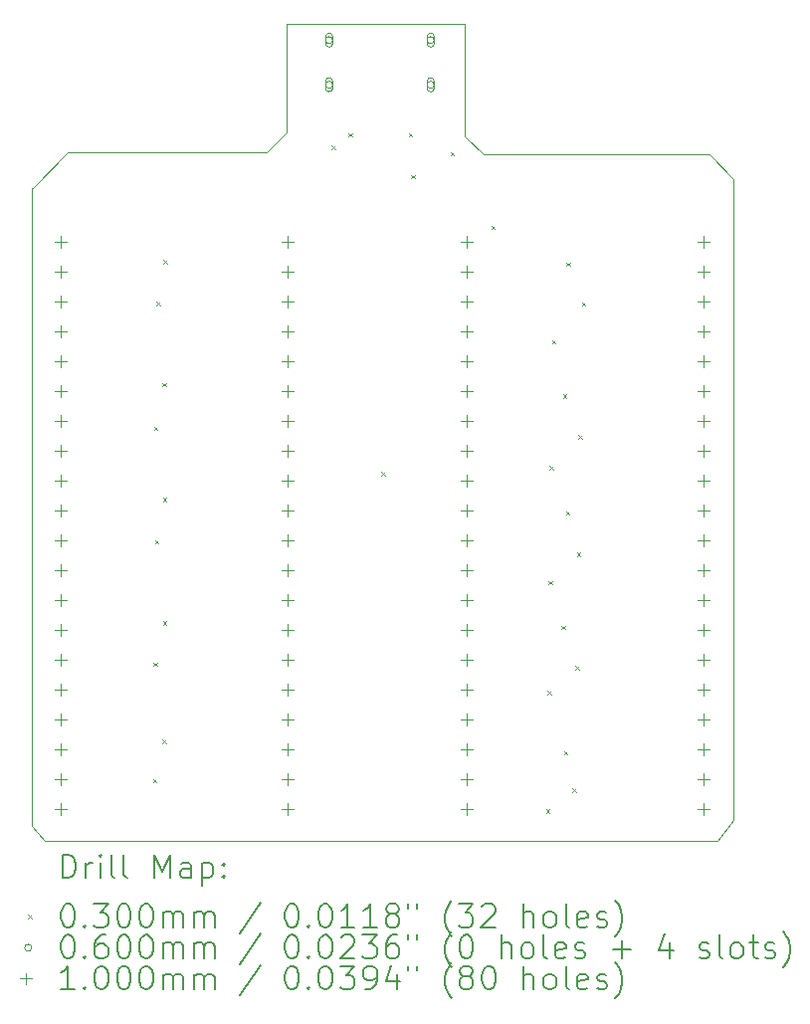
<source format=gbr>
%TF.GenerationSoftware,KiCad,Pcbnew,8.0.1*%
%TF.CreationDate,2025-01-27T18:08:42-06:00*%
%TF.ProjectId,level-shifter,6c657665-6c2d-4736-9869-667465722e6b,rev?*%
%TF.SameCoordinates,Original*%
%TF.FileFunction,Drillmap*%
%TF.FilePolarity,Positive*%
%FSLAX45Y45*%
G04 Gerber Fmt 4.5, Leading zero omitted, Abs format (unit mm)*
G04 Created by KiCad (PCBNEW 8.0.1) date 2025-01-27 18:08:42*
%MOMM*%
%LPD*%
G01*
G04 APERTURE LIST*
%ADD10C,0.050000*%
%ADD11C,0.200000*%
%ADD12C,0.100000*%
G04 APERTURE END LIST*
D10*
X17795000Y-6070000D02*
X17590000Y-5865000D01*
X11825000Y-6150000D02*
X11830000Y-6145000D01*
X13990000Y-4755000D02*
X13990000Y-5675000D01*
X11936000Y-11705000D02*
X17659000Y-11705000D01*
X15510000Y-4755000D02*
X13990000Y-4755000D01*
X11825000Y-11573000D02*
X11936000Y-11705000D01*
X17590000Y-5865000D02*
X15665000Y-5865000D01*
X12130000Y-5845000D02*
X11830000Y-6145000D01*
X11825000Y-6345000D02*
X11825000Y-11573000D01*
X13990000Y-5675000D02*
X13820000Y-5845000D01*
X15665000Y-5865000D02*
X15510000Y-5710000D01*
X15510000Y-5710000D02*
X15510000Y-4755000D01*
X17795000Y-11523000D02*
X17795000Y-6070000D01*
X17795000Y-11523000D02*
X17659000Y-11705000D01*
X11825000Y-6345000D02*
X11825000Y-6150000D01*
X13820000Y-5845000D02*
X12130000Y-5845000D01*
D11*
D12*
X12855000Y-11175000D02*
X12885000Y-11205000D01*
X12885000Y-11175000D02*
X12855000Y-11205000D01*
X12860000Y-10185000D02*
X12890000Y-10215000D01*
X12890000Y-10185000D02*
X12860000Y-10215000D01*
X12865000Y-8180000D02*
X12895000Y-8210000D01*
X12895000Y-8180000D02*
X12865000Y-8210000D01*
X12870000Y-9145000D02*
X12900000Y-9175000D01*
X12900000Y-9145000D02*
X12870000Y-9175000D01*
X12885000Y-7115000D02*
X12915000Y-7145000D01*
X12915000Y-7115000D02*
X12885000Y-7145000D01*
X12935000Y-7805000D02*
X12965000Y-7835000D01*
X12965000Y-7805000D02*
X12935000Y-7835000D01*
X12935000Y-10840000D02*
X12965000Y-10870000D01*
X12965000Y-10840000D02*
X12935000Y-10870000D01*
X12940000Y-8785000D02*
X12970000Y-8815000D01*
X12970000Y-8785000D02*
X12940000Y-8815000D01*
X12940000Y-9835000D02*
X12970000Y-9865000D01*
X12970000Y-9835000D02*
X12940000Y-9865000D01*
X12945000Y-6760000D02*
X12975000Y-6790000D01*
X12975000Y-6760000D02*
X12945000Y-6790000D01*
X14375000Y-5785000D02*
X14405000Y-5815000D01*
X14405000Y-5785000D02*
X14375000Y-5815000D01*
X14520000Y-5680000D02*
X14550000Y-5710000D01*
X14550000Y-5680000D02*
X14520000Y-5710000D01*
X14800000Y-8565000D02*
X14830000Y-8595000D01*
X14830000Y-8565000D02*
X14800000Y-8595000D01*
X15030000Y-5680000D02*
X15060000Y-5710000D01*
X15060000Y-5680000D02*
X15030000Y-5710000D01*
X15050000Y-6035000D02*
X15080000Y-6065000D01*
X15080000Y-6035000D02*
X15050000Y-6065000D01*
X15385000Y-5840000D02*
X15415000Y-5870000D01*
X15415000Y-5840000D02*
X15385000Y-5870000D01*
X15735000Y-6470000D02*
X15765000Y-6500000D01*
X15765000Y-6470000D02*
X15735000Y-6500000D01*
X16200000Y-11435000D02*
X16230000Y-11465000D01*
X16230000Y-11435000D02*
X16200000Y-11465000D01*
X16210000Y-10425000D02*
X16240000Y-10455000D01*
X16240000Y-10425000D02*
X16210000Y-10455000D01*
X16220000Y-9490000D02*
X16250000Y-9520000D01*
X16250000Y-9490000D02*
X16220000Y-9520000D01*
X16230000Y-8515000D02*
X16260000Y-8545000D01*
X16260000Y-8515000D02*
X16230000Y-8545000D01*
X16250000Y-7440000D02*
X16280000Y-7470000D01*
X16280000Y-7440000D02*
X16250000Y-7470000D01*
X16330000Y-9870000D02*
X16360000Y-9900000D01*
X16360000Y-9870000D02*
X16330000Y-9900000D01*
X16345000Y-7905000D02*
X16375000Y-7935000D01*
X16375000Y-7905000D02*
X16345000Y-7935000D01*
X16350000Y-10940000D02*
X16380000Y-10970000D01*
X16380000Y-10940000D02*
X16350000Y-10970000D01*
X16370000Y-8900000D02*
X16400000Y-8930000D01*
X16400000Y-8900000D02*
X16370000Y-8930000D01*
X16375000Y-6780000D02*
X16405000Y-6810000D01*
X16405000Y-6780000D02*
X16375000Y-6810000D01*
X16425000Y-11255000D02*
X16455000Y-11285000D01*
X16455000Y-11255000D02*
X16425000Y-11285000D01*
X16450000Y-10215000D02*
X16480000Y-10245000D01*
X16480000Y-10215000D02*
X16450000Y-10245000D01*
X16460000Y-9250000D02*
X16490000Y-9280000D01*
X16490000Y-9250000D02*
X16460000Y-9280000D01*
X16475000Y-8250000D02*
X16505000Y-8280000D01*
X16505000Y-8250000D02*
X16475000Y-8280000D01*
X16505000Y-7120000D02*
X16535000Y-7150000D01*
X16535000Y-7120000D02*
X16505000Y-7150000D01*
X14383000Y-4890000D02*
G75*
G02*
X14323000Y-4890000I-30000J0D01*
G01*
X14323000Y-4890000D02*
G75*
G02*
X14383000Y-4890000I30000J0D01*
G01*
X14383000Y-4920000D02*
X14383000Y-4860000D01*
X14323000Y-4860000D02*
G75*
G02*
X14383000Y-4860000I30000J0D01*
G01*
X14323000Y-4860000D02*
X14323000Y-4920000D01*
X14323000Y-4920000D02*
G75*
G03*
X14383000Y-4920000I30000J0D01*
G01*
X14383000Y-5270000D02*
G75*
G02*
X14323000Y-5270000I-30000J0D01*
G01*
X14323000Y-5270000D02*
G75*
G02*
X14383000Y-5270000I30000J0D01*
G01*
X14383000Y-5300000D02*
X14383000Y-5240000D01*
X14323000Y-5240000D02*
G75*
G02*
X14383000Y-5240000I30000J0D01*
G01*
X14323000Y-5240000D02*
X14323000Y-5300000D01*
X14323000Y-5300000D02*
G75*
G03*
X14383000Y-5300000I30000J0D01*
G01*
X15247000Y-4890000D02*
G75*
G02*
X15187000Y-4890000I-30000J0D01*
G01*
X15187000Y-4890000D02*
G75*
G02*
X15247000Y-4890000I30000J0D01*
G01*
X15247000Y-4920000D02*
X15247000Y-4860000D01*
X15187000Y-4860000D02*
G75*
G02*
X15247000Y-4860000I30000J0D01*
G01*
X15187000Y-4860000D02*
X15187000Y-4920000D01*
X15187000Y-4920000D02*
G75*
G03*
X15247000Y-4920000I30000J0D01*
G01*
X15247000Y-5270000D02*
G75*
G02*
X15187000Y-5270000I-30000J0D01*
G01*
X15187000Y-5270000D02*
G75*
G02*
X15247000Y-5270000I30000J0D01*
G01*
X15247000Y-5300000D02*
X15247000Y-5240000D01*
X15187000Y-5240000D02*
G75*
G02*
X15247000Y-5240000I30000J0D01*
G01*
X15187000Y-5240000D02*
X15187000Y-5300000D01*
X15187000Y-5300000D02*
G75*
G03*
X15247000Y-5300000I30000J0D01*
G01*
X12070000Y-6557500D02*
X12070000Y-6657500D01*
X12020000Y-6607500D02*
X12120000Y-6607500D01*
X12070000Y-6811500D02*
X12070000Y-6911500D01*
X12020000Y-6861500D02*
X12120000Y-6861500D01*
X12070000Y-7065500D02*
X12070000Y-7165500D01*
X12020000Y-7115500D02*
X12120000Y-7115500D01*
X12070000Y-7319500D02*
X12070000Y-7419500D01*
X12020000Y-7369500D02*
X12120000Y-7369500D01*
X12070000Y-7573500D02*
X12070000Y-7673500D01*
X12020000Y-7623500D02*
X12120000Y-7623500D01*
X12070000Y-7827500D02*
X12070000Y-7927500D01*
X12020000Y-7877500D02*
X12120000Y-7877500D01*
X12070000Y-8081500D02*
X12070000Y-8181500D01*
X12020000Y-8131500D02*
X12120000Y-8131500D01*
X12070000Y-8335500D02*
X12070000Y-8435500D01*
X12020000Y-8385500D02*
X12120000Y-8385500D01*
X12070000Y-8589500D02*
X12070000Y-8689500D01*
X12020000Y-8639500D02*
X12120000Y-8639500D01*
X12070000Y-8843500D02*
X12070000Y-8943500D01*
X12020000Y-8893500D02*
X12120000Y-8893500D01*
X12070000Y-9097500D02*
X12070000Y-9197500D01*
X12020000Y-9147500D02*
X12120000Y-9147500D01*
X12070000Y-9351500D02*
X12070000Y-9451500D01*
X12020000Y-9401500D02*
X12120000Y-9401500D01*
X12070000Y-9605500D02*
X12070000Y-9705500D01*
X12020000Y-9655500D02*
X12120000Y-9655500D01*
X12070000Y-9859500D02*
X12070000Y-9959500D01*
X12020000Y-9909500D02*
X12120000Y-9909500D01*
X12070000Y-10113500D02*
X12070000Y-10213500D01*
X12020000Y-10163500D02*
X12120000Y-10163500D01*
X12070000Y-10367500D02*
X12070000Y-10467500D01*
X12020000Y-10417500D02*
X12120000Y-10417500D01*
X12070000Y-10621500D02*
X12070000Y-10721500D01*
X12020000Y-10671500D02*
X12120000Y-10671500D01*
X12070000Y-10875500D02*
X12070000Y-10975500D01*
X12020000Y-10925500D02*
X12120000Y-10925500D01*
X12070000Y-11129500D02*
X12070000Y-11229500D01*
X12020000Y-11179500D02*
X12120000Y-11179500D01*
X12070000Y-11383500D02*
X12070000Y-11483500D01*
X12020000Y-11433500D02*
X12120000Y-11433500D01*
X14000000Y-6557500D02*
X14000000Y-6657500D01*
X13950000Y-6607500D02*
X14050000Y-6607500D01*
X14000000Y-6811500D02*
X14000000Y-6911500D01*
X13950000Y-6861500D02*
X14050000Y-6861500D01*
X14000000Y-7065500D02*
X14000000Y-7165500D01*
X13950000Y-7115500D02*
X14050000Y-7115500D01*
X14000000Y-7319500D02*
X14000000Y-7419500D01*
X13950000Y-7369500D02*
X14050000Y-7369500D01*
X14000000Y-7573500D02*
X14000000Y-7673500D01*
X13950000Y-7623500D02*
X14050000Y-7623500D01*
X14000000Y-7827500D02*
X14000000Y-7927500D01*
X13950000Y-7877500D02*
X14050000Y-7877500D01*
X14000000Y-8081500D02*
X14000000Y-8181500D01*
X13950000Y-8131500D02*
X14050000Y-8131500D01*
X14000000Y-8335500D02*
X14000000Y-8435500D01*
X13950000Y-8385500D02*
X14050000Y-8385500D01*
X14000000Y-8589500D02*
X14000000Y-8689500D01*
X13950000Y-8639500D02*
X14050000Y-8639500D01*
X14000000Y-8843500D02*
X14000000Y-8943500D01*
X13950000Y-8893500D02*
X14050000Y-8893500D01*
X14000000Y-9097500D02*
X14000000Y-9197500D01*
X13950000Y-9147500D02*
X14050000Y-9147500D01*
X14000000Y-9351500D02*
X14000000Y-9451500D01*
X13950000Y-9401500D02*
X14050000Y-9401500D01*
X14000000Y-9605500D02*
X14000000Y-9705500D01*
X13950000Y-9655500D02*
X14050000Y-9655500D01*
X14000000Y-9859500D02*
X14000000Y-9959500D01*
X13950000Y-9909500D02*
X14050000Y-9909500D01*
X14000000Y-10113500D02*
X14000000Y-10213500D01*
X13950000Y-10163500D02*
X14050000Y-10163500D01*
X14000000Y-10367500D02*
X14000000Y-10467500D01*
X13950000Y-10417500D02*
X14050000Y-10417500D01*
X14000000Y-10621500D02*
X14000000Y-10721500D01*
X13950000Y-10671500D02*
X14050000Y-10671500D01*
X14000000Y-10875500D02*
X14000000Y-10975500D01*
X13950000Y-10925500D02*
X14050000Y-10925500D01*
X14000000Y-11129500D02*
X14000000Y-11229500D01*
X13950000Y-11179500D02*
X14050000Y-11179500D01*
X14000000Y-11383500D02*
X14000000Y-11483500D01*
X13950000Y-11433500D02*
X14050000Y-11433500D01*
X15524000Y-6557500D02*
X15524000Y-6657500D01*
X15474000Y-6607500D02*
X15574000Y-6607500D01*
X15524000Y-6811500D02*
X15524000Y-6911500D01*
X15474000Y-6861500D02*
X15574000Y-6861500D01*
X15524000Y-7065500D02*
X15524000Y-7165500D01*
X15474000Y-7115500D02*
X15574000Y-7115500D01*
X15524000Y-7319500D02*
X15524000Y-7419500D01*
X15474000Y-7369500D02*
X15574000Y-7369500D01*
X15524000Y-7573500D02*
X15524000Y-7673500D01*
X15474000Y-7623500D02*
X15574000Y-7623500D01*
X15524000Y-7827500D02*
X15524000Y-7927500D01*
X15474000Y-7877500D02*
X15574000Y-7877500D01*
X15524000Y-8081500D02*
X15524000Y-8181500D01*
X15474000Y-8131500D02*
X15574000Y-8131500D01*
X15524000Y-8335500D02*
X15524000Y-8435500D01*
X15474000Y-8385500D02*
X15574000Y-8385500D01*
X15524000Y-8589500D02*
X15524000Y-8689500D01*
X15474000Y-8639500D02*
X15574000Y-8639500D01*
X15524000Y-8843500D02*
X15524000Y-8943500D01*
X15474000Y-8893500D02*
X15574000Y-8893500D01*
X15524000Y-9097500D02*
X15524000Y-9197500D01*
X15474000Y-9147500D02*
X15574000Y-9147500D01*
X15524000Y-9351500D02*
X15524000Y-9451500D01*
X15474000Y-9401500D02*
X15574000Y-9401500D01*
X15524000Y-9605500D02*
X15524000Y-9705500D01*
X15474000Y-9655500D02*
X15574000Y-9655500D01*
X15524000Y-9859500D02*
X15524000Y-9959500D01*
X15474000Y-9909500D02*
X15574000Y-9909500D01*
X15524000Y-10113500D02*
X15524000Y-10213500D01*
X15474000Y-10163500D02*
X15574000Y-10163500D01*
X15524000Y-10367500D02*
X15524000Y-10467500D01*
X15474000Y-10417500D02*
X15574000Y-10417500D01*
X15524000Y-10621500D02*
X15524000Y-10721500D01*
X15474000Y-10671500D02*
X15574000Y-10671500D01*
X15524000Y-10875500D02*
X15524000Y-10975500D01*
X15474000Y-10925500D02*
X15574000Y-10925500D01*
X15524000Y-11129500D02*
X15524000Y-11229500D01*
X15474000Y-11179500D02*
X15574000Y-11179500D01*
X15524000Y-11383500D02*
X15524000Y-11483500D01*
X15474000Y-11433500D02*
X15574000Y-11433500D01*
X17540000Y-6557500D02*
X17540000Y-6657500D01*
X17490000Y-6607500D02*
X17590000Y-6607500D01*
X17540000Y-6811500D02*
X17540000Y-6911500D01*
X17490000Y-6861500D02*
X17590000Y-6861500D01*
X17540000Y-7065500D02*
X17540000Y-7165500D01*
X17490000Y-7115500D02*
X17590000Y-7115500D01*
X17540000Y-7319500D02*
X17540000Y-7419500D01*
X17490000Y-7369500D02*
X17590000Y-7369500D01*
X17540000Y-7573500D02*
X17540000Y-7673500D01*
X17490000Y-7623500D02*
X17590000Y-7623500D01*
X17540000Y-7827500D02*
X17540000Y-7927500D01*
X17490000Y-7877500D02*
X17590000Y-7877500D01*
X17540000Y-8081500D02*
X17540000Y-8181500D01*
X17490000Y-8131500D02*
X17590000Y-8131500D01*
X17540000Y-8335500D02*
X17540000Y-8435500D01*
X17490000Y-8385500D02*
X17590000Y-8385500D01*
X17540000Y-8589500D02*
X17540000Y-8689500D01*
X17490000Y-8639500D02*
X17590000Y-8639500D01*
X17540000Y-8843500D02*
X17540000Y-8943500D01*
X17490000Y-8893500D02*
X17590000Y-8893500D01*
X17540000Y-9097500D02*
X17540000Y-9197500D01*
X17490000Y-9147500D02*
X17590000Y-9147500D01*
X17540000Y-9351500D02*
X17540000Y-9451500D01*
X17490000Y-9401500D02*
X17590000Y-9401500D01*
X17540000Y-9605500D02*
X17540000Y-9705500D01*
X17490000Y-9655500D02*
X17590000Y-9655500D01*
X17540000Y-9859500D02*
X17540000Y-9959500D01*
X17490000Y-9909500D02*
X17590000Y-9909500D01*
X17540000Y-10113500D02*
X17540000Y-10213500D01*
X17490000Y-10163500D02*
X17590000Y-10163500D01*
X17540000Y-10367500D02*
X17540000Y-10467500D01*
X17490000Y-10417500D02*
X17590000Y-10417500D01*
X17540000Y-10621500D02*
X17540000Y-10721500D01*
X17490000Y-10671500D02*
X17590000Y-10671500D01*
X17540000Y-10875500D02*
X17540000Y-10975500D01*
X17490000Y-10925500D02*
X17590000Y-10925500D01*
X17540000Y-11129500D02*
X17540000Y-11229500D01*
X17490000Y-11179500D02*
X17590000Y-11179500D01*
X17540000Y-11383500D02*
X17540000Y-11483500D01*
X17490000Y-11433500D02*
X17590000Y-11433500D01*
D11*
X12083277Y-12018984D02*
X12083277Y-11818984D01*
X12083277Y-11818984D02*
X12130896Y-11818984D01*
X12130896Y-11818984D02*
X12159467Y-11828508D01*
X12159467Y-11828508D02*
X12178515Y-11847555D01*
X12178515Y-11847555D02*
X12188039Y-11866603D01*
X12188039Y-11866603D02*
X12197562Y-11904698D01*
X12197562Y-11904698D02*
X12197562Y-11933269D01*
X12197562Y-11933269D02*
X12188039Y-11971365D01*
X12188039Y-11971365D02*
X12178515Y-11990412D01*
X12178515Y-11990412D02*
X12159467Y-12009460D01*
X12159467Y-12009460D02*
X12130896Y-12018984D01*
X12130896Y-12018984D02*
X12083277Y-12018984D01*
X12283277Y-12018984D02*
X12283277Y-11885650D01*
X12283277Y-11923746D02*
X12292801Y-11904698D01*
X12292801Y-11904698D02*
X12302324Y-11895174D01*
X12302324Y-11895174D02*
X12321372Y-11885650D01*
X12321372Y-11885650D02*
X12340420Y-11885650D01*
X12407086Y-12018984D02*
X12407086Y-11885650D01*
X12407086Y-11818984D02*
X12397562Y-11828508D01*
X12397562Y-11828508D02*
X12407086Y-11838031D01*
X12407086Y-11838031D02*
X12416610Y-11828508D01*
X12416610Y-11828508D02*
X12407086Y-11818984D01*
X12407086Y-11818984D02*
X12407086Y-11838031D01*
X12530896Y-12018984D02*
X12511848Y-12009460D01*
X12511848Y-12009460D02*
X12502324Y-11990412D01*
X12502324Y-11990412D02*
X12502324Y-11818984D01*
X12635658Y-12018984D02*
X12616610Y-12009460D01*
X12616610Y-12009460D02*
X12607086Y-11990412D01*
X12607086Y-11990412D02*
X12607086Y-11818984D01*
X12864229Y-12018984D02*
X12864229Y-11818984D01*
X12864229Y-11818984D02*
X12930896Y-11961841D01*
X12930896Y-11961841D02*
X12997562Y-11818984D01*
X12997562Y-11818984D02*
X12997562Y-12018984D01*
X13178515Y-12018984D02*
X13178515Y-11914222D01*
X13178515Y-11914222D02*
X13168991Y-11895174D01*
X13168991Y-11895174D02*
X13149943Y-11885650D01*
X13149943Y-11885650D02*
X13111848Y-11885650D01*
X13111848Y-11885650D02*
X13092801Y-11895174D01*
X13178515Y-12009460D02*
X13159467Y-12018984D01*
X13159467Y-12018984D02*
X13111848Y-12018984D01*
X13111848Y-12018984D02*
X13092801Y-12009460D01*
X13092801Y-12009460D02*
X13083277Y-11990412D01*
X13083277Y-11990412D02*
X13083277Y-11971365D01*
X13083277Y-11971365D02*
X13092801Y-11952317D01*
X13092801Y-11952317D02*
X13111848Y-11942793D01*
X13111848Y-11942793D02*
X13159467Y-11942793D01*
X13159467Y-11942793D02*
X13178515Y-11933269D01*
X13273753Y-11885650D02*
X13273753Y-12085650D01*
X13273753Y-11895174D02*
X13292801Y-11885650D01*
X13292801Y-11885650D02*
X13330896Y-11885650D01*
X13330896Y-11885650D02*
X13349943Y-11895174D01*
X13349943Y-11895174D02*
X13359467Y-11904698D01*
X13359467Y-11904698D02*
X13368991Y-11923746D01*
X13368991Y-11923746D02*
X13368991Y-11980888D01*
X13368991Y-11980888D02*
X13359467Y-11999936D01*
X13359467Y-11999936D02*
X13349943Y-12009460D01*
X13349943Y-12009460D02*
X13330896Y-12018984D01*
X13330896Y-12018984D02*
X13292801Y-12018984D01*
X13292801Y-12018984D02*
X13273753Y-12009460D01*
X13454705Y-11999936D02*
X13464229Y-12009460D01*
X13464229Y-12009460D02*
X13454705Y-12018984D01*
X13454705Y-12018984D02*
X13445182Y-12009460D01*
X13445182Y-12009460D02*
X13454705Y-11999936D01*
X13454705Y-11999936D02*
X13454705Y-12018984D01*
X13454705Y-11895174D02*
X13464229Y-11904698D01*
X13464229Y-11904698D02*
X13454705Y-11914222D01*
X13454705Y-11914222D02*
X13445182Y-11904698D01*
X13445182Y-11904698D02*
X13454705Y-11895174D01*
X13454705Y-11895174D02*
X13454705Y-11914222D01*
D12*
X11792500Y-12332500D02*
X11822500Y-12362500D01*
X11822500Y-12332500D02*
X11792500Y-12362500D01*
D11*
X12121372Y-12238984D02*
X12140420Y-12238984D01*
X12140420Y-12238984D02*
X12159467Y-12248508D01*
X12159467Y-12248508D02*
X12168991Y-12258031D01*
X12168991Y-12258031D02*
X12178515Y-12277079D01*
X12178515Y-12277079D02*
X12188039Y-12315174D01*
X12188039Y-12315174D02*
X12188039Y-12362793D01*
X12188039Y-12362793D02*
X12178515Y-12400888D01*
X12178515Y-12400888D02*
X12168991Y-12419936D01*
X12168991Y-12419936D02*
X12159467Y-12429460D01*
X12159467Y-12429460D02*
X12140420Y-12438984D01*
X12140420Y-12438984D02*
X12121372Y-12438984D01*
X12121372Y-12438984D02*
X12102324Y-12429460D01*
X12102324Y-12429460D02*
X12092801Y-12419936D01*
X12092801Y-12419936D02*
X12083277Y-12400888D01*
X12083277Y-12400888D02*
X12073753Y-12362793D01*
X12073753Y-12362793D02*
X12073753Y-12315174D01*
X12073753Y-12315174D02*
X12083277Y-12277079D01*
X12083277Y-12277079D02*
X12092801Y-12258031D01*
X12092801Y-12258031D02*
X12102324Y-12248508D01*
X12102324Y-12248508D02*
X12121372Y-12238984D01*
X12273753Y-12419936D02*
X12283277Y-12429460D01*
X12283277Y-12429460D02*
X12273753Y-12438984D01*
X12273753Y-12438984D02*
X12264229Y-12429460D01*
X12264229Y-12429460D02*
X12273753Y-12419936D01*
X12273753Y-12419936D02*
X12273753Y-12438984D01*
X12349943Y-12238984D02*
X12473753Y-12238984D01*
X12473753Y-12238984D02*
X12407086Y-12315174D01*
X12407086Y-12315174D02*
X12435658Y-12315174D01*
X12435658Y-12315174D02*
X12454705Y-12324698D01*
X12454705Y-12324698D02*
X12464229Y-12334222D01*
X12464229Y-12334222D02*
X12473753Y-12353269D01*
X12473753Y-12353269D02*
X12473753Y-12400888D01*
X12473753Y-12400888D02*
X12464229Y-12419936D01*
X12464229Y-12419936D02*
X12454705Y-12429460D01*
X12454705Y-12429460D02*
X12435658Y-12438984D01*
X12435658Y-12438984D02*
X12378515Y-12438984D01*
X12378515Y-12438984D02*
X12359467Y-12429460D01*
X12359467Y-12429460D02*
X12349943Y-12419936D01*
X12597562Y-12238984D02*
X12616610Y-12238984D01*
X12616610Y-12238984D02*
X12635658Y-12248508D01*
X12635658Y-12248508D02*
X12645182Y-12258031D01*
X12645182Y-12258031D02*
X12654705Y-12277079D01*
X12654705Y-12277079D02*
X12664229Y-12315174D01*
X12664229Y-12315174D02*
X12664229Y-12362793D01*
X12664229Y-12362793D02*
X12654705Y-12400888D01*
X12654705Y-12400888D02*
X12645182Y-12419936D01*
X12645182Y-12419936D02*
X12635658Y-12429460D01*
X12635658Y-12429460D02*
X12616610Y-12438984D01*
X12616610Y-12438984D02*
X12597562Y-12438984D01*
X12597562Y-12438984D02*
X12578515Y-12429460D01*
X12578515Y-12429460D02*
X12568991Y-12419936D01*
X12568991Y-12419936D02*
X12559467Y-12400888D01*
X12559467Y-12400888D02*
X12549943Y-12362793D01*
X12549943Y-12362793D02*
X12549943Y-12315174D01*
X12549943Y-12315174D02*
X12559467Y-12277079D01*
X12559467Y-12277079D02*
X12568991Y-12258031D01*
X12568991Y-12258031D02*
X12578515Y-12248508D01*
X12578515Y-12248508D02*
X12597562Y-12238984D01*
X12788039Y-12238984D02*
X12807086Y-12238984D01*
X12807086Y-12238984D02*
X12826134Y-12248508D01*
X12826134Y-12248508D02*
X12835658Y-12258031D01*
X12835658Y-12258031D02*
X12845182Y-12277079D01*
X12845182Y-12277079D02*
X12854705Y-12315174D01*
X12854705Y-12315174D02*
X12854705Y-12362793D01*
X12854705Y-12362793D02*
X12845182Y-12400888D01*
X12845182Y-12400888D02*
X12835658Y-12419936D01*
X12835658Y-12419936D02*
X12826134Y-12429460D01*
X12826134Y-12429460D02*
X12807086Y-12438984D01*
X12807086Y-12438984D02*
X12788039Y-12438984D01*
X12788039Y-12438984D02*
X12768991Y-12429460D01*
X12768991Y-12429460D02*
X12759467Y-12419936D01*
X12759467Y-12419936D02*
X12749943Y-12400888D01*
X12749943Y-12400888D02*
X12740420Y-12362793D01*
X12740420Y-12362793D02*
X12740420Y-12315174D01*
X12740420Y-12315174D02*
X12749943Y-12277079D01*
X12749943Y-12277079D02*
X12759467Y-12258031D01*
X12759467Y-12258031D02*
X12768991Y-12248508D01*
X12768991Y-12248508D02*
X12788039Y-12238984D01*
X12940420Y-12438984D02*
X12940420Y-12305650D01*
X12940420Y-12324698D02*
X12949943Y-12315174D01*
X12949943Y-12315174D02*
X12968991Y-12305650D01*
X12968991Y-12305650D02*
X12997563Y-12305650D01*
X12997563Y-12305650D02*
X13016610Y-12315174D01*
X13016610Y-12315174D02*
X13026134Y-12334222D01*
X13026134Y-12334222D02*
X13026134Y-12438984D01*
X13026134Y-12334222D02*
X13035658Y-12315174D01*
X13035658Y-12315174D02*
X13054705Y-12305650D01*
X13054705Y-12305650D02*
X13083277Y-12305650D01*
X13083277Y-12305650D02*
X13102324Y-12315174D01*
X13102324Y-12315174D02*
X13111848Y-12334222D01*
X13111848Y-12334222D02*
X13111848Y-12438984D01*
X13207086Y-12438984D02*
X13207086Y-12305650D01*
X13207086Y-12324698D02*
X13216610Y-12315174D01*
X13216610Y-12315174D02*
X13235658Y-12305650D01*
X13235658Y-12305650D02*
X13264229Y-12305650D01*
X13264229Y-12305650D02*
X13283277Y-12315174D01*
X13283277Y-12315174D02*
X13292801Y-12334222D01*
X13292801Y-12334222D02*
X13292801Y-12438984D01*
X13292801Y-12334222D02*
X13302324Y-12315174D01*
X13302324Y-12315174D02*
X13321372Y-12305650D01*
X13321372Y-12305650D02*
X13349943Y-12305650D01*
X13349943Y-12305650D02*
X13368991Y-12315174D01*
X13368991Y-12315174D02*
X13378515Y-12334222D01*
X13378515Y-12334222D02*
X13378515Y-12438984D01*
X13768991Y-12229460D02*
X13597563Y-12486603D01*
X14026134Y-12238984D02*
X14045182Y-12238984D01*
X14045182Y-12238984D02*
X14064229Y-12248508D01*
X14064229Y-12248508D02*
X14073753Y-12258031D01*
X14073753Y-12258031D02*
X14083277Y-12277079D01*
X14083277Y-12277079D02*
X14092801Y-12315174D01*
X14092801Y-12315174D02*
X14092801Y-12362793D01*
X14092801Y-12362793D02*
X14083277Y-12400888D01*
X14083277Y-12400888D02*
X14073753Y-12419936D01*
X14073753Y-12419936D02*
X14064229Y-12429460D01*
X14064229Y-12429460D02*
X14045182Y-12438984D01*
X14045182Y-12438984D02*
X14026134Y-12438984D01*
X14026134Y-12438984D02*
X14007086Y-12429460D01*
X14007086Y-12429460D02*
X13997563Y-12419936D01*
X13997563Y-12419936D02*
X13988039Y-12400888D01*
X13988039Y-12400888D02*
X13978515Y-12362793D01*
X13978515Y-12362793D02*
X13978515Y-12315174D01*
X13978515Y-12315174D02*
X13988039Y-12277079D01*
X13988039Y-12277079D02*
X13997563Y-12258031D01*
X13997563Y-12258031D02*
X14007086Y-12248508D01*
X14007086Y-12248508D02*
X14026134Y-12238984D01*
X14178515Y-12419936D02*
X14188039Y-12429460D01*
X14188039Y-12429460D02*
X14178515Y-12438984D01*
X14178515Y-12438984D02*
X14168991Y-12429460D01*
X14168991Y-12429460D02*
X14178515Y-12419936D01*
X14178515Y-12419936D02*
X14178515Y-12438984D01*
X14311848Y-12238984D02*
X14330896Y-12238984D01*
X14330896Y-12238984D02*
X14349944Y-12248508D01*
X14349944Y-12248508D02*
X14359467Y-12258031D01*
X14359467Y-12258031D02*
X14368991Y-12277079D01*
X14368991Y-12277079D02*
X14378515Y-12315174D01*
X14378515Y-12315174D02*
X14378515Y-12362793D01*
X14378515Y-12362793D02*
X14368991Y-12400888D01*
X14368991Y-12400888D02*
X14359467Y-12419936D01*
X14359467Y-12419936D02*
X14349944Y-12429460D01*
X14349944Y-12429460D02*
X14330896Y-12438984D01*
X14330896Y-12438984D02*
X14311848Y-12438984D01*
X14311848Y-12438984D02*
X14292801Y-12429460D01*
X14292801Y-12429460D02*
X14283277Y-12419936D01*
X14283277Y-12419936D02*
X14273753Y-12400888D01*
X14273753Y-12400888D02*
X14264229Y-12362793D01*
X14264229Y-12362793D02*
X14264229Y-12315174D01*
X14264229Y-12315174D02*
X14273753Y-12277079D01*
X14273753Y-12277079D02*
X14283277Y-12258031D01*
X14283277Y-12258031D02*
X14292801Y-12248508D01*
X14292801Y-12248508D02*
X14311848Y-12238984D01*
X14568991Y-12438984D02*
X14454706Y-12438984D01*
X14511848Y-12438984D02*
X14511848Y-12238984D01*
X14511848Y-12238984D02*
X14492801Y-12267555D01*
X14492801Y-12267555D02*
X14473753Y-12286603D01*
X14473753Y-12286603D02*
X14454706Y-12296127D01*
X14759467Y-12438984D02*
X14645182Y-12438984D01*
X14702325Y-12438984D02*
X14702325Y-12238984D01*
X14702325Y-12238984D02*
X14683277Y-12267555D01*
X14683277Y-12267555D02*
X14664229Y-12286603D01*
X14664229Y-12286603D02*
X14645182Y-12296127D01*
X14873753Y-12324698D02*
X14854706Y-12315174D01*
X14854706Y-12315174D02*
X14845182Y-12305650D01*
X14845182Y-12305650D02*
X14835658Y-12286603D01*
X14835658Y-12286603D02*
X14835658Y-12277079D01*
X14835658Y-12277079D02*
X14845182Y-12258031D01*
X14845182Y-12258031D02*
X14854706Y-12248508D01*
X14854706Y-12248508D02*
X14873753Y-12238984D01*
X14873753Y-12238984D02*
X14911848Y-12238984D01*
X14911848Y-12238984D02*
X14930896Y-12248508D01*
X14930896Y-12248508D02*
X14940420Y-12258031D01*
X14940420Y-12258031D02*
X14949944Y-12277079D01*
X14949944Y-12277079D02*
X14949944Y-12286603D01*
X14949944Y-12286603D02*
X14940420Y-12305650D01*
X14940420Y-12305650D02*
X14930896Y-12315174D01*
X14930896Y-12315174D02*
X14911848Y-12324698D01*
X14911848Y-12324698D02*
X14873753Y-12324698D01*
X14873753Y-12324698D02*
X14854706Y-12334222D01*
X14854706Y-12334222D02*
X14845182Y-12343746D01*
X14845182Y-12343746D02*
X14835658Y-12362793D01*
X14835658Y-12362793D02*
X14835658Y-12400888D01*
X14835658Y-12400888D02*
X14845182Y-12419936D01*
X14845182Y-12419936D02*
X14854706Y-12429460D01*
X14854706Y-12429460D02*
X14873753Y-12438984D01*
X14873753Y-12438984D02*
X14911848Y-12438984D01*
X14911848Y-12438984D02*
X14930896Y-12429460D01*
X14930896Y-12429460D02*
X14940420Y-12419936D01*
X14940420Y-12419936D02*
X14949944Y-12400888D01*
X14949944Y-12400888D02*
X14949944Y-12362793D01*
X14949944Y-12362793D02*
X14940420Y-12343746D01*
X14940420Y-12343746D02*
X14930896Y-12334222D01*
X14930896Y-12334222D02*
X14911848Y-12324698D01*
X15026134Y-12238984D02*
X15026134Y-12277079D01*
X15102325Y-12238984D02*
X15102325Y-12277079D01*
X15397563Y-12515174D02*
X15388039Y-12505650D01*
X15388039Y-12505650D02*
X15368991Y-12477079D01*
X15368991Y-12477079D02*
X15359468Y-12458031D01*
X15359468Y-12458031D02*
X15349944Y-12429460D01*
X15349944Y-12429460D02*
X15340420Y-12381841D01*
X15340420Y-12381841D02*
X15340420Y-12343746D01*
X15340420Y-12343746D02*
X15349944Y-12296127D01*
X15349944Y-12296127D02*
X15359468Y-12267555D01*
X15359468Y-12267555D02*
X15368991Y-12248508D01*
X15368991Y-12248508D02*
X15388039Y-12219936D01*
X15388039Y-12219936D02*
X15397563Y-12210412D01*
X15454706Y-12238984D02*
X15578515Y-12238984D01*
X15578515Y-12238984D02*
X15511848Y-12315174D01*
X15511848Y-12315174D02*
X15540420Y-12315174D01*
X15540420Y-12315174D02*
X15559468Y-12324698D01*
X15559468Y-12324698D02*
X15568991Y-12334222D01*
X15568991Y-12334222D02*
X15578515Y-12353269D01*
X15578515Y-12353269D02*
X15578515Y-12400888D01*
X15578515Y-12400888D02*
X15568991Y-12419936D01*
X15568991Y-12419936D02*
X15559468Y-12429460D01*
X15559468Y-12429460D02*
X15540420Y-12438984D01*
X15540420Y-12438984D02*
X15483277Y-12438984D01*
X15483277Y-12438984D02*
X15464229Y-12429460D01*
X15464229Y-12429460D02*
X15454706Y-12419936D01*
X15654706Y-12258031D02*
X15664229Y-12248508D01*
X15664229Y-12248508D02*
X15683277Y-12238984D01*
X15683277Y-12238984D02*
X15730896Y-12238984D01*
X15730896Y-12238984D02*
X15749944Y-12248508D01*
X15749944Y-12248508D02*
X15759468Y-12258031D01*
X15759468Y-12258031D02*
X15768991Y-12277079D01*
X15768991Y-12277079D02*
X15768991Y-12296127D01*
X15768991Y-12296127D02*
X15759468Y-12324698D01*
X15759468Y-12324698D02*
X15645182Y-12438984D01*
X15645182Y-12438984D02*
X15768991Y-12438984D01*
X16007087Y-12438984D02*
X16007087Y-12238984D01*
X16092801Y-12438984D02*
X16092801Y-12334222D01*
X16092801Y-12334222D02*
X16083277Y-12315174D01*
X16083277Y-12315174D02*
X16064230Y-12305650D01*
X16064230Y-12305650D02*
X16035658Y-12305650D01*
X16035658Y-12305650D02*
X16016610Y-12315174D01*
X16016610Y-12315174D02*
X16007087Y-12324698D01*
X16216610Y-12438984D02*
X16197563Y-12429460D01*
X16197563Y-12429460D02*
X16188039Y-12419936D01*
X16188039Y-12419936D02*
X16178515Y-12400888D01*
X16178515Y-12400888D02*
X16178515Y-12343746D01*
X16178515Y-12343746D02*
X16188039Y-12324698D01*
X16188039Y-12324698D02*
X16197563Y-12315174D01*
X16197563Y-12315174D02*
X16216610Y-12305650D01*
X16216610Y-12305650D02*
X16245182Y-12305650D01*
X16245182Y-12305650D02*
X16264230Y-12315174D01*
X16264230Y-12315174D02*
X16273753Y-12324698D01*
X16273753Y-12324698D02*
X16283277Y-12343746D01*
X16283277Y-12343746D02*
X16283277Y-12400888D01*
X16283277Y-12400888D02*
X16273753Y-12419936D01*
X16273753Y-12419936D02*
X16264230Y-12429460D01*
X16264230Y-12429460D02*
X16245182Y-12438984D01*
X16245182Y-12438984D02*
X16216610Y-12438984D01*
X16397563Y-12438984D02*
X16378515Y-12429460D01*
X16378515Y-12429460D02*
X16368991Y-12410412D01*
X16368991Y-12410412D02*
X16368991Y-12238984D01*
X16549944Y-12429460D02*
X16530896Y-12438984D01*
X16530896Y-12438984D02*
X16492801Y-12438984D01*
X16492801Y-12438984D02*
X16473753Y-12429460D01*
X16473753Y-12429460D02*
X16464230Y-12410412D01*
X16464230Y-12410412D02*
X16464230Y-12334222D01*
X16464230Y-12334222D02*
X16473753Y-12315174D01*
X16473753Y-12315174D02*
X16492801Y-12305650D01*
X16492801Y-12305650D02*
X16530896Y-12305650D01*
X16530896Y-12305650D02*
X16549944Y-12315174D01*
X16549944Y-12315174D02*
X16559468Y-12334222D01*
X16559468Y-12334222D02*
X16559468Y-12353269D01*
X16559468Y-12353269D02*
X16464230Y-12372317D01*
X16635658Y-12429460D02*
X16654706Y-12438984D01*
X16654706Y-12438984D02*
X16692801Y-12438984D01*
X16692801Y-12438984D02*
X16711849Y-12429460D01*
X16711849Y-12429460D02*
X16721372Y-12410412D01*
X16721372Y-12410412D02*
X16721372Y-12400888D01*
X16721372Y-12400888D02*
X16711849Y-12381841D01*
X16711849Y-12381841D02*
X16692801Y-12372317D01*
X16692801Y-12372317D02*
X16664230Y-12372317D01*
X16664230Y-12372317D02*
X16645182Y-12362793D01*
X16645182Y-12362793D02*
X16635658Y-12343746D01*
X16635658Y-12343746D02*
X16635658Y-12334222D01*
X16635658Y-12334222D02*
X16645182Y-12315174D01*
X16645182Y-12315174D02*
X16664230Y-12305650D01*
X16664230Y-12305650D02*
X16692801Y-12305650D01*
X16692801Y-12305650D02*
X16711849Y-12315174D01*
X16788039Y-12515174D02*
X16797563Y-12505650D01*
X16797563Y-12505650D02*
X16816611Y-12477079D01*
X16816611Y-12477079D02*
X16826134Y-12458031D01*
X16826134Y-12458031D02*
X16835658Y-12429460D01*
X16835658Y-12429460D02*
X16845182Y-12381841D01*
X16845182Y-12381841D02*
X16845182Y-12343746D01*
X16845182Y-12343746D02*
X16835658Y-12296127D01*
X16835658Y-12296127D02*
X16826134Y-12267555D01*
X16826134Y-12267555D02*
X16816611Y-12248508D01*
X16816611Y-12248508D02*
X16797563Y-12219936D01*
X16797563Y-12219936D02*
X16788039Y-12210412D01*
D12*
X11822500Y-12611500D02*
G75*
G02*
X11762500Y-12611500I-30000J0D01*
G01*
X11762500Y-12611500D02*
G75*
G02*
X11822500Y-12611500I30000J0D01*
G01*
D11*
X12121372Y-12502984D02*
X12140420Y-12502984D01*
X12140420Y-12502984D02*
X12159467Y-12512508D01*
X12159467Y-12512508D02*
X12168991Y-12522031D01*
X12168991Y-12522031D02*
X12178515Y-12541079D01*
X12178515Y-12541079D02*
X12188039Y-12579174D01*
X12188039Y-12579174D02*
X12188039Y-12626793D01*
X12188039Y-12626793D02*
X12178515Y-12664888D01*
X12178515Y-12664888D02*
X12168991Y-12683936D01*
X12168991Y-12683936D02*
X12159467Y-12693460D01*
X12159467Y-12693460D02*
X12140420Y-12702984D01*
X12140420Y-12702984D02*
X12121372Y-12702984D01*
X12121372Y-12702984D02*
X12102324Y-12693460D01*
X12102324Y-12693460D02*
X12092801Y-12683936D01*
X12092801Y-12683936D02*
X12083277Y-12664888D01*
X12083277Y-12664888D02*
X12073753Y-12626793D01*
X12073753Y-12626793D02*
X12073753Y-12579174D01*
X12073753Y-12579174D02*
X12083277Y-12541079D01*
X12083277Y-12541079D02*
X12092801Y-12522031D01*
X12092801Y-12522031D02*
X12102324Y-12512508D01*
X12102324Y-12512508D02*
X12121372Y-12502984D01*
X12273753Y-12683936D02*
X12283277Y-12693460D01*
X12283277Y-12693460D02*
X12273753Y-12702984D01*
X12273753Y-12702984D02*
X12264229Y-12693460D01*
X12264229Y-12693460D02*
X12273753Y-12683936D01*
X12273753Y-12683936D02*
X12273753Y-12702984D01*
X12454705Y-12502984D02*
X12416610Y-12502984D01*
X12416610Y-12502984D02*
X12397562Y-12512508D01*
X12397562Y-12512508D02*
X12388039Y-12522031D01*
X12388039Y-12522031D02*
X12368991Y-12550603D01*
X12368991Y-12550603D02*
X12359467Y-12588698D01*
X12359467Y-12588698D02*
X12359467Y-12664888D01*
X12359467Y-12664888D02*
X12368991Y-12683936D01*
X12368991Y-12683936D02*
X12378515Y-12693460D01*
X12378515Y-12693460D02*
X12397562Y-12702984D01*
X12397562Y-12702984D02*
X12435658Y-12702984D01*
X12435658Y-12702984D02*
X12454705Y-12693460D01*
X12454705Y-12693460D02*
X12464229Y-12683936D01*
X12464229Y-12683936D02*
X12473753Y-12664888D01*
X12473753Y-12664888D02*
X12473753Y-12617269D01*
X12473753Y-12617269D02*
X12464229Y-12598222D01*
X12464229Y-12598222D02*
X12454705Y-12588698D01*
X12454705Y-12588698D02*
X12435658Y-12579174D01*
X12435658Y-12579174D02*
X12397562Y-12579174D01*
X12397562Y-12579174D02*
X12378515Y-12588698D01*
X12378515Y-12588698D02*
X12368991Y-12598222D01*
X12368991Y-12598222D02*
X12359467Y-12617269D01*
X12597562Y-12502984D02*
X12616610Y-12502984D01*
X12616610Y-12502984D02*
X12635658Y-12512508D01*
X12635658Y-12512508D02*
X12645182Y-12522031D01*
X12645182Y-12522031D02*
X12654705Y-12541079D01*
X12654705Y-12541079D02*
X12664229Y-12579174D01*
X12664229Y-12579174D02*
X12664229Y-12626793D01*
X12664229Y-12626793D02*
X12654705Y-12664888D01*
X12654705Y-12664888D02*
X12645182Y-12683936D01*
X12645182Y-12683936D02*
X12635658Y-12693460D01*
X12635658Y-12693460D02*
X12616610Y-12702984D01*
X12616610Y-12702984D02*
X12597562Y-12702984D01*
X12597562Y-12702984D02*
X12578515Y-12693460D01*
X12578515Y-12693460D02*
X12568991Y-12683936D01*
X12568991Y-12683936D02*
X12559467Y-12664888D01*
X12559467Y-12664888D02*
X12549943Y-12626793D01*
X12549943Y-12626793D02*
X12549943Y-12579174D01*
X12549943Y-12579174D02*
X12559467Y-12541079D01*
X12559467Y-12541079D02*
X12568991Y-12522031D01*
X12568991Y-12522031D02*
X12578515Y-12512508D01*
X12578515Y-12512508D02*
X12597562Y-12502984D01*
X12788039Y-12502984D02*
X12807086Y-12502984D01*
X12807086Y-12502984D02*
X12826134Y-12512508D01*
X12826134Y-12512508D02*
X12835658Y-12522031D01*
X12835658Y-12522031D02*
X12845182Y-12541079D01*
X12845182Y-12541079D02*
X12854705Y-12579174D01*
X12854705Y-12579174D02*
X12854705Y-12626793D01*
X12854705Y-12626793D02*
X12845182Y-12664888D01*
X12845182Y-12664888D02*
X12835658Y-12683936D01*
X12835658Y-12683936D02*
X12826134Y-12693460D01*
X12826134Y-12693460D02*
X12807086Y-12702984D01*
X12807086Y-12702984D02*
X12788039Y-12702984D01*
X12788039Y-12702984D02*
X12768991Y-12693460D01*
X12768991Y-12693460D02*
X12759467Y-12683936D01*
X12759467Y-12683936D02*
X12749943Y-12664888D01*
X12749943Y-12664888D02*
X12740420Y-12626793D01*
X12740420Y-12626793D02*
X12740420Y-12579174D01*
X12740420Y-12579174D02*
X12749943Y-12541079D01*
X12749943Y-12541079D02*
X12759467Y-12522031D01*
X12759467Y-12522031D02*
X12768991Y-12512508D01*
X12768991Y-12512508D02*
X12788039Y-12502984D01*
X12940420Y-12702984D02*
X12940420Y-12569650D01*
X12940420Y-12588698D02*
X12949943Y-12579174D01*
X12949943Y-12579174D02*
X12968991Y-12569650D01*
X12968991Y-12569650D02*
X12997563Y-12569650D01*
X12997563Y-12569650D02*
X13016610Y-12579174D01*
X13016610Y-12579174D02*
X13026134Y-12598222D01*
X13026134Y-12598222D02*
X13026134Y-12702984D01*
X13026134Y-12598222D02*
X13035658Y-12579174D01*
X13035658Y-12579174D02*
X13054705Y-12569650D01*
X13054705Y-12569650D02*
X13083277Y-12569650D01*
X13083277Y-12569650D02*
X13102324Y-12579174D01*
X13102324Y-12579174D02*
X13111848Y-12598222D01*
X13111848Y-12598222D02*
X13111848Y-12702984D01*
X13207086Y-12702984D02*
X13207086Y-12569650D01*
X13207086Y-12588698D02*
X13216610Y-12579174D01*
X13216610Y-12579174D02*
X13235658Y-12569650D01*
X13235658Y-12569650D02*
X13264229Y-12569650D01*
X13264229Y-12569650D02*
X13283277Y-12579174D01*
X13283277Y-12579174D02*
X13292801Y-12598222D01*
X13292801Y-12598222D02*
X13292801Y-12702984D01*
X13292801Y-12598222D02*
X13302324Y-12579174D01*
X13302324Y-12579174D02*
X13321372Y-12569650D01*
X13321372Y-12569650D02*
X13349943Y-12569650D01*
X13349943Y-12569650D02*
X13368991Y-12579174D01*
X13368991Y-12579174D02*
X13378515Y-12598222D01*
X13378515Y-12598222D02*
X13378515Y-12702984D01*
X13768991Y-12493460D02*
X13597563Y-12750603D01*
X14026134Y-12502984D02*
X14045182Y-12502984D01*
X14045182Y-12502984D02*
X14064229Y-12512508D01*
X14064229Y-12512508D02*
X14073753Y-12522031D01*
X14073753Y-12522031D02*
X14083277Y-12541079D01*
X14083277Y-12541079D02*
X14092801Y-12579174D01*
X14092801Y-12579174D02*
X14092801Y-12626793D01*
X14092801Y-12626793D02*
X14083277Y-12664888D01*
X14083277Y-12664888D02*
X14073753Y-12683936D01*
X14073753Y-12683936D02*
X14064229Y-12693460D01*
X14064229Y-12693460D02*
X14045182Y-12702984D01*
X14045182Y-12702984D02*
X14026134Y-12702984D01*
X14026134Y-12702984D02*
X14007086Y-12693460D01*
X14007086Y-12693460D02*
X13997563Y-12683936D01*
X13997563Y-12683936D02*
X13988039Y-12664888D01*
X13988039Y-12664888D02*
X13978515Y-12626793D01*
X13978515Y-12626793D02*
X13978515Y-12579174D01*
X13978515Y-12579174D02*
X13988039Y-12541079D01*
X13988039Y-12541079D02*
X13997563Y-12522031D01*
X13997563Y-12522031D02*
X14007086Y-12512508D01*
X14007086Y-12512508D02*
X14026134Y-12502984D01*
X14178515Y-12683936D02*
X14188039Y-12693460D01*
X14188039Y-12693460D02*
X14178515Y-12702984D01*
X14178515Y-12702984D02*
X14168991Y-12693460D01*
X14168991Y-12693460D02*
X14178515Y-12683936D01*
X14178515Y-12683936D02*
X14178515Y-12702984D01*
X14311848Y-12502984D02*
X14330896Y-12502984D01*
X14330896Y-12502984D02*
X14349944Y-12512508D01*
X14349944Y-12512508D02*
X14359467Y-12522031D01*
X14359467Y-12522031D02*
X14368991Y-12541079D01*
X14368991Y-12541079D02*
X14378515Y-12579174D01*
X14378515Y-12579174D02*
X14378515Y-12626793D01*
X14378515Y-12626793D02*
X14368991Y-12664888D01*
X14368991Y-12664888D02*
X14359467Y-12683936D01*
X14359467Y-12683936D02*
X14349944Y-12693460D01*
X14349944Y-12693460D02*
X14330896Y-12702984D01*
X14330896Y-12702984D02*
X14311848Y-12702984D01*
X14311848Y-12702984D02*
X14292801Y-12693460D01*
X14292801Y-12693460D02*
X14283277Y-12683936D01*
X14283277Y-12683936D02*
X14273753Y-12664888D01*
X14273753Y-12664888D02*
X14264229Y-12626793D01*
X14264229Y-12626793D02*
X14264229Y-12579174D01*
X14264229Y-12579174D02*
X14273753Y-12541079D01*
X14273753Y-12541079D02*
X14283277Y-12522031D01*
X14283277Y-12522031D02*
X14292801Y-12512508D01*
X14292801Y-12512508D02*
X14311848Y-12502984D01*
X14454706Y-12522031D02*
X14464229Y-12512508D01*
X14464229Y-12512508D02*
X14483277Y-12502984D01*
X14483277Y-12502984D02*
X14530896Y-12502984D01*
X14530896Y-12502984D02*
X14549944Y-12512508D01*
X14549944Y-12512508D02*
X14559467Y-12522031D01*
X14559467Y-12522031D02*
X14568991Y-12541079D01*
X14568991Y-12541079D02*
X14568991Y-12560127D01*
X14568991Y-12560127D02*
X14559467Y-12588698D01*
X14559467Y-12588698D02*
X14445182Y-12702984D01*
X14445182Y-12702984D02*
X14568991Y-12702984D01*
X14635658Y-12502984D02*
X14759467Y-12502984D01*
X14759467Y-12502984D02*
X14692801Y-12579174D01*
X14692801Y-12579174D02*
X14721372Y-12579174D01*
X14721372Y-12579174D02*
X14740420Y-12588698D01*
X14740420Y-12588698D02*
X14749944Y-12598222D01*
X14749944Y-12598222D02*
X14759467Y-12617269D01*
X14759467Y-12617269D02*
X14759467Y-12664888D01*
X14759467Y-12664888D02*
X14749944Y-12683936D01*
X14749944Y-12683936D02*
X14740420Y-12693460D01*
X14740420Y-12693460D02*
X14721372Y-12702984D01*
X14721372Y-12702984D02*
X14664229Y-12702984D01*
X14664229Y-12702984D02*
X14645182Y-12693460D01*
X14645182Y-12693460D02*
X14635658Y-12683936D01*
X14930896Y-12502984D02*
X14892801Y-12502984D01*
X14892801Y-12502984D02*
X14873753Y-12512508D01*
X14873753Y-12512508D02*
X14864229Y-12522031D01*
X14864229Y-12522031D02*
X14845182Y-12550603D01*
X14845182Y-12550603D02*
X14835658Y-12588698D01*
X14835658Y-12588698D02*
X14835658Y-12664888D01*
X14835658Y-12664888D02*
X14845182Y-12683936D01*
X14845182Y-12683936D02*
X14854706Y-12693460D01*
X14854706Y-12693460D02*
X14873753Y-12702984D01*
X14873753Y-12702984D02*
X14911848Y-12702984D01*
X14911848Y-12702984D02*
X14930896Y-12693460D01*
X14930896Y-12693460D02*
X14940420Y-12683936D01*
X14940420Y-12683936D02*
X14949944Y-12664888D01*
X14949944Y-12664888D02*
X14949944Y-12617269D01*
X14949944Y-12617269D02*
X14940420Y-12598222D01*
X14940420Y-12598222D02*
X14930896Y-12588698D01*
X14930896Y-12588698D02*
X14911848Y-12579174D01*
X14911848Y-12579174D02*
X14873753Y-12579174D01*
X14873753Y-12579174D02*
X14854706Y-12588698D01*
X14854706Y-12588698D02*
X14845182Y-12598222D01*
X14845182Y-12598222D02*
X14835658Y-12617269D01*
X15026134Y-12502984D02*
X15026134Y-12541079D01*
X15102325Y-12502984D02*
X15102325Y-12541079D01*
X15397563Y-12779174D02*
X15388039Y-12769650D01*
X15388039Y-12769650D02*
X15368991Y-12741079D01*
X15368991Y-12741079D02*
X15359468Y-12722031D01*
X15359468Y-12722031D02*
X15349944Y-12693460D01*
X15349944Y-12693460D02*
X15340420Y-12645841D01*
X15340420Y-12645841D02*
X15340420Y-12607746D01*
X15340420Y-12607746D02*
X15349944Y-12560127D01*
X15349944Y-12560127D02*
X15359468Y-12531555D01*
X15359468Y-12531555D02*
X15368991Y-12512508D01*
X15368991Y-12512508D02*
X15388039Y-12483936D01*
X15388039Y-12483936D02*
X15397563Y-12474412D01*
X15511848Y-12502984D02*
X15530896Y-12502984D01*
X15530896Y-12502984D02*
X15549944Y-12512508D01*
X15549944Y-12512508D02*
X15559468Y-12522031D01*
X15559468Y-12522031D02*
X15568991Y-12541079D01*
X15568991Y-12541079D02*
X15578515Y-12579174D01*
X15578515Y-12579174D02*
X15578515Y-12626793D01*
X15578515Y-12626793D02*
X15568991Y-12664888D01*
X15568991Y-12664888D02*
X15559468Y-12683936D01*
X15559468Y-12683936D02*
X15549944Y-12693460D01*
X15549944Y-12693460D02*
X15530896Y-12702984D01*
X15530896Y-12702984D02*
X15511848Y-12702984D01*
X15511848Y-12702984D02*
X15492801Y-12693460D01*
X15492801Y-12693460D02*
X15483277Y-12683936D01*
X15483277Y-12683936D02*
X15473753Y-12664888D01*
X15473753Y-12664888D02*
X15464229Y-12626793D01*
X15464229Y-12626793D02*
X15464229Y-12579174D01*
X15464229Y-12579174D02*
X15473753Y-12541079D01*
X15473753Y-12541079D02*
X15483277Y-12522031D01*
X15483277Y-12522031D02*
X15492801Y-12512508D01*
X15492801Y-12512508D02*
X15511848Y-12502984D01*
X15816610Y-12702984D02*
X15816610Y-12502984D01*
X15902325Y-12702984D02*
X15902325Y-12598222D01*
X15902325Y-12598222D02*
X15892801Y-12579174D01*
X15892801Y-12579174D02*
X15873753Y-12569650D01*
X15873753Y-12569650D02*
X15845182Y-12569650D01*
X15845182Y-12569650D02*
X15826134Y-12579174D01*
X15826134Y-12579174D02*
X15816610Y-12588698D01*
X16026134Y-12702984D02*
X16007087Y-12693460D01*
X16007087Y-12693460D02*
X15997563Y-12683936D01*
X15997563Y-12683936D02*
X15988039Y-12664888D01*
X15988039Y-12664888D02*
X15988039Y-12607746D01*
X15988039Y-12607746D02*
X15997563Y-12588698D01*
X15997563Y-12588698D02*
X16007087Y-12579174D01*
X16007087Y-12579174D02*
X16026134Y-12569650D01*
X16026134Y-12569650D02*
X16054706Y-12569650D01*
X16054706Y-12569650D02*
X16073753Y-12579174D01*
X16073753Y-12579174D02*
X16083277Y-12588698D01*
X16083277Y-12588698D02*
X16092801Y-12607746D01*
X16092801Y-12607746D02*
X16092801Y-12664888D01*
X16092801Y-12664888D02*
X16083277Y-12683936D01*
X16083277Y-12683936D02*
X16073753Y-12693460D01*
X16073753Y-12693460D02*
X16054706Y-12702984D01*
X16054706Y-12702984D02*
X16026134Y-12702984D01*
X16207087Y-12702984D02*
X16188039Y-12693460D01*
X16188039Y-12693460D02*
X16178515Y-12674412D01*
X16178515Y-12674412D02*
X16178515Y-12502984D01*
X16359468Y-12693460D02*
X16340420Y-12702984D01*
X16340420Y-12702984D02*
X16302325Y-12702984D01*
X16302325Y-12702984D02*
X16283277Y-12693460D01*
X16283277Y-12693460D02*
X16273753Y-12674412D01*
X16273753Y-12674412D02*
X16273753Y-12598222D01*
X16273753Y-12598222D02*
X16283277Y-12579174D01*
X16283277Y-12579174D02*
X16302325Y-12569650D01*
X16302325Y-12569650D02*
X16340420Y-12569650D01*
X16340420Y-12569650D02*
X16359468Y-12579174D01*
X16359468Y-12579174D02*
X16368991Y-12598222D01*
X16368991Y-12598222D02*
X16368991Y-12617269D01*
X16368991Y-12617269D02*
X16273753Y-12636317D01*
X16445182Y-12693460D02*
X16464230Y-12702984D01*
X16464230Y-12702984D02*
X16502325Y-12702984D01*
X16502325Y-12702984D02*
X16521372Y-12693460D01*
X16521372Y-12693460D02*
X16530896Y-12674412D01*
X16530896Y-12674412D02*
X16530896Y-12664888D01*
X16530896Y-12664888D02*
X16521372Y-12645841D01*
X16521372Y-12645841D02*
X16502325Y-12636317D01*
X16502325Y-12636317D02*
X16473753Y-12636317D01*
X16473753Y-12636317D02*
X16454706Y-12626793D01*
X16454706Y-12626793D02*
X16445182Y-12607746D01*
X16445182Y-12607746D02*
X16445182Y-12598222D01*
X16445182Y-12598222D02*
X16454706Y-12579174D01*
X16454706Y-12579174D02*
X16473753Y-12569650D01*
X16473753Y-12569650D02*
X16502325Y-12569650D01*
X16502325Y-12569650D02*
X16521372Y-12579174D01*
X16768992Y-12626793D02*
X16921373Y-12626793D01*
X16845182Y-12702984D02*
X16845182Y-12550603D01*
X17254706Y-12569650D02*
X17254706Y-12702984D01*
X17207087Y-12493460D02*
X17159468Y-12636317D01*
X17159468Y-12636317D02*
X17283277Y-12636317D01*
X17502325Y-12693460D02*
X17521373Y-12702984D01*
X17521373Y-12702984D02*
X17559468Y-12702984D01*
X17559468Y-12702984D02*
X17578516Y-12693460D01*
X17578516Y-12693460D02*
X17588039Y-12674412D01*
X17588039Y-12674412D02*
X17588039Y-12664888D01*
X17588039Y-12664888D02*
X17578516Y-12645841D01*
X17578516Y-12645841D02*
X17559468Y-12636317D01*
X17559468Y-12636317D02*
X17530896Y-12636317D01*
X17530896Y-12636317D02*
X17511849Y-12626793D01*
X17511849Y-12626793D02*
X17502325Y-12607746D01*
X17502325Y-12607746D02*
X17502325Y-12598222D01*
X17502325Y-12598222D02*
X17511849Y-12579174D01*
X17511849Y-12579174D02*
X17530896Y-12569650D01*
X17530896Y-12569650D02*
X17559468Y-12569650D01*
X17559468Y-12569650D02*
X17578516Y-12579174D01*
X17702325Y-12702984D02*
X17683277Y-12693460D01*
X17683277Y-12693460D02*
X17673754Y-12674412D01*
X17673754Y-12674412D02*
X17673754Y-12502984D01*
X17807087Y-12702984D02*
X17788039Y-12693460D01*
X17788039Y-12693460D02*
X17778516Y-12683936D01*
X17778516Y-12683936D02*
X17768992Y-12664888D01*
X17768992Y-12664888D02*
X17768992Y-12607746D01*
X17768992Y-12607746D02*
X17778516Y-12588698D01*
X17778516Y-12588698D02*
X17788039Y-12579174D01*
X17788039Y-12579174D02*
X17807087Y-12569650D01*
X17807087Y-12569650D02*
X17835658Y-12569650D01*
X17835658Y-12569650D02*
X17854706Y-12579174D01*
X17854706Y-12579174D02*
X17864230Y-12588698D01*
X17864230Y-12588698D02*
X17873754Y-12607746D01*
X17873754Y-12607746D02*
X17873754Y-12664888D01*
X17873754Y-12664888D02*
X17864230Y-12683936D01*
X17864230Y-12683936D02*
X17854706Y-12693460D01*
X17854706Y-12693460D02*
X17835658Y-12702984D01*
X17835658Y-12702984D02*
X17807087Y-12702984D01*
X17930897Y-12569650D02*
X18007087Y-12569650D01*
X17959468Y-12502984D02*
X17959468Y-12674412D01*
X17959468Y-12674412D02*
X17968992Y-12693460D01*
X17968992Y-12693460D02*
X17988039Y-12702984D01*
X17988039Y-12702984D02*
X18007087Y-12702984D01*
X18064230Y-12693460D02*
X18083277Y-12702984D01*
X18083277Y-12702984D02*
X18121373Y-12702984D01*
X18121373Y-12702984D02*
X18140420Y-12693460D01*
X18140420Y-12693460D02*
X18149944Y-12674412D01*
X18149944Y-12674412D02*
X18149944Y-12664888D01*
X18149944Y-12664888D02*
X18140420Y-12645841D01*
X18140420Y-12645841D02*
X18121373Y-12636317D01*
X18121373Y-12636317D02*
X18092801Y-12636317D01*
X18092801Y-12636317D02*
X18073754Y-12626793D01*
X18073754Y-12626793D02*
X18064230Y-12607746D01*
X18064230Y-12607746D02*
X18064230Y-12598222D01*
X18064230Y-12598222D02*
X18073754Y-12579174D01*
X18073754Y-12579174D02*
X18092801Y-12569650D01*
X18092801Y-12569650D02*
X18121373Y-12569650D01*
X18121373Y-12569650D02*
X18140420Y-12579174D01*
X18216611Y-12779174D02*
X18226135Y-12769650D01*
X18226135Y-12769650D02*
X18245182Y-12741079D01*
X18245182Y-12741079D02*
X18254706Y-12722031D01*
X18254706Y-12722031D02*
X18264230Y-12693460D01*
X18264230Y-12693460D02*
X18273754Y-12645841D01*
X18273754Y-12645841D02*
X18273754Y-12607746D01*
X18273754Y-12607746D02*
X18264230Y-12560127D01*
X18264230Y-12560127D02*
X18254706Y-12531555D01*
X18254706Y-12531555D02*
X18245182Y-12512508D01*
X18245182Y-12512508D02*
X18226135Y-12483936D01*
X18226135Y-12483936D02*
X18216611Y-12474412D01*
D12*
X11772500Y-12825500D02*
X11772500Y-12925500D01*
X11722500Y-12875500D02*
X11822500Y-12875500D01*
D11*
X12188039Y-12966984D02*
X12073753Y-12966984D01*
X12130896Y-12966984D02*
X12130896Y-12766984D01*
X12130896Y-12766984D02*
X12111848Y-12795555D01*
X12111848Y-12795555D02*
X12092801Y-12814603D01*
X12092801Y-12814603D02*
X12073753Y-12824127D01*
X12273753Y-12947936D02*
X12283277Y-12957460D01*
X12283277Y-12957460D02*
X12273753Y-12966984D01*
X12273753Y-12966984D02*
X12264229Y-12957460D01*
X12264229Y-12957460D02*
X12273753Y-12947936D01*
X12273753Y-12947936D02*
X12273753Y-12966984D01*
X12407086Y-12766984D02*
X12426134Y-12766984D01*
X12426134Y-12766984D02*
X12445182Y-12776508D01*
X12445182Y-12776508D02*
X12454705Y-12786031D01*
X12454705Y-12786031D02*
X12464229Y-12805079D01*
X12464229Y-12805079D02*
X12473753Y-12843174D01*
X12473753Y-12843174D02*
X12473753Y-12890793D01*
X12473753Y-12890793D02*
X12464229Y-12928888D01*
X12464229Y-12928888D02*
X12454705Y-12947936D01*
X12454705Y-12947936D02*
X12445182Y-12957460D01*
X12445182Y-12957460D02*
X12426134Y-12966984D01*
X12426134Y-12966984D02*
X12407086Y-12966984D01*
X12407086Y-12966984D02*
X12388039Y-12957460D01*
X12388039Y-12957460D02*
X12378515Y-12947936D01*
X12378515Y-12947936D02*
X12368991Y-12928888D01*
X12368991Y-12928888D02*
X12359467Y-12890793D01*
X12359467Y-12890793D02*
X12359467Y-12843174D01*
X12359467Y-12843174D02*
X12368991Y-12805079D01*
X12368991Y-12805079D02*
X12378515Y-12786031D01*
X12378515Y-12786031D02*
X12388039Y-12776508D01*
X12388039Y-12776508D02*
X12407086Y-12766984D01*
X12597562Y-12766984D02*
X12616610Y-12766984D01*
X12616610Y-12766984D02*
X12635658Y-12776508D01*
X12635658Y-12776508D02*
X12645182Y-12786031D01*
X12645182Y-12786031D02*
X12654705Y-12805079D01*
X12654705Y-12805079D02*
X12664229Y-12843174D01*
X12664229Y-12843174D02*
X12664229Y-12890793D01*
X12664229Y-12890793D02*
X12654705Y-12928888D01*
X12654705Y-12928888D02*
X12645182Y-12947936D01*
X12645182Y-12947936D02*
X12635658Y-12957460D01*
X12635658Y-12957460D02*
X12616610Y-12966984D01*
X12616610Y-12966984D02*
X12597562Y-12966984D01*
X12597562Y-12966984D02*
X12578515Y-12957460D01*
X12578515Y-12957460D02*
X12568991Y-12947936D01*
X12568991Y-12947936D02*
X12559467Y-12928888D01*
X12559467Y-12928888D02*
X12549943Y-12890793D01*
X12549943Y-12890793D02*
X12549943Y-12843174D01*
X12549943Y-12843174D02*
X12559467Y-12805079D01*
X12559467Y-12805079D02*
X12568991Y-12786031D01*
X12568991Y-12786031D02*
X12578515Y-12776508D01*
X12578515Y-12776508D02*
X12597562Y-12766984D01*
X12788039Y-12766984D02*
X12807086Y-12766984D01*
X12807086Y-12766984D02*
X12826134Y-12776508D01*
X12826134Y-12776508D02*
X12835658Y-12786031D01*
X12835658Y-12786031D02*
X12845182Y-12805079D01*
X12845182Y-12805079D02*
X12854705Y-12843174D01*
X12854705Y-12843174D02*
X12854705Y-12890793D01*
X12854705Y-12890793D02*
X12845182Y-12928888D01*
X12845182Y-12928888D02*
X12835658Y-12947936D01*
X12835658Y-12947936D02*
X12826134Y-12957460D01*
X12826134Y-12957460D02*
X12807086Y-12966984D01*
X12807086Y-12966984D02*
X12788039Y-12966984D01*
X12788039Y-12966984D02*
X12768991Y-12957460D01*
X12768991Y-12957460D02*
X12759467Y-12947936D01*
X12759467Y-12947936D02*
X12749943Y-12928888D01*
X12749943Y-12928888D02*
X12740420Y-12890793D01*
X12740420Y-12890793D02*
X12740420Y-12843174D01*
X12740420Y-12843174D02*
X12749943Y-12805079D01*
X12749943Y-12805079D02*
X12759467Y-12786031D01*
X12759467Y-12786031D02*
X12768991Y-12776508D01*
X12768991Y-12776508D02*
X12788039Y-12766984D01*
X12940420Y-12966984D02*
X12940420Y-12833650D01*
X12940420Y-12852698D02*
X12949943Y-12843174D01*
X12949943Y-12843174D02*
X12968991Y-12833650D01*
X12968991Y-12833650D02*
X12997563Y-12833650D01*
X12997563Y-12833650D02*
X13016610Y-12843174D01*
X13016610Y-12843174D02*
X13026134Y-12862222D01*
X13026134Y-12862222D02*
X13026134Y-12966984D01*
X13026134Y-12862222D02*
X13035658Y-12843174D01*
X13035658Y-12843174D02*
X13054705Y-12833650D01*
X13054705Y-12833650D02*
X13083277Y-12833650D01*
X13083277Y-12833650D02*
X13102324Y-12843174D01*
X13102324Y-12843174D02*
X13111848Y-12862222D01*
X13111848Y-12862222D02*
X13111848Y-12966984D01*
X13207086Y-12966984D02*
X13207086Y-12833650D01*
X13207086Y-12852698D02*
X13216610Y-12843174D01*
X13216610Y-12843174D02*
X13235658Y-12833650D01*
X13235658Y-12833650D02*
X13264229Y-12833650D01*
X13264229Y-12833650D02*
X13283277Y-12843174D01*
X13283277Y-12843174D02*
X13292801Y-12862222D01*
X13292801Y-12862222D02*
X13292801Y-12966984D01*
X13292801Y-12862222D02*
X13302324Y-12843174D01*
X13302324Y-12843174D02*
X13321372Y-12833650D01*
X13321372Y-12833650D02*
X13349943Y-12833650D01*
X13349943Y-12833650D02*
X13368991Y-12843174D01*
X13368991Y-12843174D02*
X13378515Y-12862222D01*
X13378515Y-12862222D02*
X13378515Y-12966984D01*
X13768991Y-12757460D02*
X13597563Y-13014603D01*
X14026134Y-12766984D02*
X14045182Y-12766984D01*
X14045182Y-12766984D02*
X14064229Y-12776508D01*
X14064229Y-12776508D02*
X14073753Y-12786031D01*
X14073753Y-12786031D02*
X14083277Y-12805079D01*
X14083277Y-12805079D02*
X14092801Y-12843174D01*
X14092801Y-12843174D02*
X14092801Y-12890793D01*
X14092801Y-12890793D02*
X14083277Y-12928888D01*
X14083277Y-12928888D02*
X14073753Y-12947936D01*
X14073753Y-12947936D02*
X14064229Y-12957460D01*
X14064229Y-12957460D02*
X14045182Y-12966984D01*
X14045182Y-12966984D02*
X14026134Y-12966984D01*
X14026134Y-12966984D02*
X14007086Y-12957460D01*
X14007086Y-12957460D02*
X13997563Y-12947936D01*
X13997563Y-12947936D02*
X13988039Y-12928888D01*
X13988039Y-12928888D02*
X13978515Y-12890793D01*
X13978515Y-12890793D02*
X13978515Y-12843174D01*
X13978515Y-12843174D02*
X13988039Y-12805079D01*
X13988039Y-12805079D02*
X13997563Y-12786031D01*
X13997563Y-12786031D02*
X14007086Y-12776508D01*
X14007086Y-12776508D02*
X14026134Y-12766984D01*
X14178515Y-12947936D02*
X14188039Y-12957460D01*
X14188039Y-12957460D02*
X14178515Y-12966984D01*
X14178515Y-12966984D02*
X14168991Y-12957460D01*
X14168991Y-12957460D02*
X14178515Y-12947936D01*
X14178515Y-12947936D02*
X14178515Y-12966984D01*
X14311848Y-12766984D02*
X14330896Y-12766984D01*
X14330896Y-12766984D02*
X14349944Y-12776508D01*
X14349944Y-12776508D02*
X14359467Y-12786031D01*
X14359467Y-12786031D02*
X14368991Y-12805079D01*
X14368991Y-12805079D02*
X14378515Y-12843174D01*
X14378515Y-12843174D02*
X14378515Y-12890793D01*
X14378515Y-12890793D02*
X14368991Y-12928888D01*
X14368991Y-12928888D02*
X14359467Y-12947936D01*
X14359467Y-12947936D02*
X14349944Y-12957460D01*
X14349944Y-12957460D02*
X14330896Y-12966984D01*
X14330896Y-12966984D02*
X14311848Y-12966984D01*
X14311848Y-12966984D02*
X14292801Y-12957460D01*
X14292801Y-12957460D02*
X14283277Y-12947936D01*
X14283277Y-12947936D02*
X14273753Y-12928888D01*
X14273753Y-12928888D02*
X14264229Y-12890793D01*
X14264229Y-12890793D02*
X14264229Y-12843174D01*
X14264229Y-12843174D02*
X14273753Y-12805079D01*
X14273753Y-12805079D02*
X14283277Y-12786031D01*
X14283277Y-12786031D02*
X14292801Y-12776508D01*
X14292801Y-12776508D02*
X14311848Y-12766984D01*
X14445182Y-12766984D02*
X14568991Y-12766984D01*
X14568991Y-12766984D02*
X14502325Y-12843174D01*
X14502325Y-12843174D02*
X14530896Y-12843174D01*
X14530896Y-12843174D02*
X14549944Y-12852698D01*
X14549944Y-12852698D02*
X14559467Y-12862222D01*
X14559467Y-12862222D02*
X14568991Y-12881269D01*
X14568991Y-12881269D02*
X14568991Y-12928888D01*
X14568991Y-12928888D02*
X14559467Y-12947936D01*
X14559467Y-12947936D02*
X14549944Y-12957460D01*
X14549944Y-12957460D02*
X14530896Y-12966984D01*
X14530896Y-12966984D02*
X14473753Y-12966984D01*
X14473753Y-12966984D02*
X14454706Y-12957460D01*
X14454706Y-12957460D02*
X14445182Y-12947936D01*
X14664229Y-12966984D02*
X14702325Y-12966984D01*
X14702325Y-12966984D02*
X14721372Y-12957460D01*
X14721372Y-12957460D02*
X14730896Y-12947936D01*
X14730896Y-12947936D02*
X14749944Y-12919365D01*
X14749944Y-12919365D02*
X14759467Y-12881269D01*
X14759467Y-12881269D02*
X14759467Y-12805079D01*
X14759467Y-12805079D02*
X14749944Y-12786031D01*
X14749944Y-12786031D02*
X14740420Y-12776508D01*
X14740420Y-12776508D02*
X14721372Y-12766984D01*
X14721372Y-12766984D02*
X14683277Y-12766984D01*
X14683277Y-12766984D02*
X14664229Y-12776508D01*
X14664229Y-12776508D02*
X14654706Y-12786031D01*
X14654706Y-12786031D02*
X14645182Y-12805079D01*
X14645182Y-12805079D02*
X14645182Y-12852698D01*
X14645182Y-12852698D02*
X14654706Y-12871746D01*
X14654706Y-12871746D02*
X14664229Y-12881269D01*
X14664229Y-12881269D02*
X14683277Y-12890793D01*
X14683277Y-12890793D02*
X14721372Y-12890793D01*
X14721372Y-12890793D02*
X14740420Y-12881269D01*
X14740420Y-12881269D02*
X14749944Y-12871746D01*
X14749944Y-12871746D02*
X14759467Y-12852698D01*
X14930896Y-12833650D02*
X14930896Y-12966984D01*
X14883277Y-12757460D02*
X14835658Y-12900317D01*
X14835658Y-12900317D02*
X14959467Y-12900317D01*
X15026134Y-12766984D02*
X15026134Y-12805079D01*
X15102325Y-12766984D02*
X15102325Y-12805079D01*
X15397563Y-13043174D02*
X15388039Y-13033650D01*
X15388039Y-13033650D02*
X15368991Y-13005079D01*
X15368991Y-13005079D02*
X15359468Y-12986031D01*
X15359468Y-12986031D02*
X15349944Y-12957460D01*
X15349944Y-12957460D02*
X15340420Y-12909841D01*
X15340420Y-12909841D02*
X15340420Y-12871746D01*
X15340420Y-12871746D02*
X15349944Y-12824127D01*
X15349944Y-12824127D02*
X15359468Y-12795555D01*
X15359468Y-12795555D02*
X15368991Y-12776508D01*
X15368991Y-12776508D02*
X15388039Y-12747936D01*
X15388039Y-12747936D02*
X15397563Y-12738412D01*
X15502325Y-12852698D02*
X15483277Y-12843174D01*
X15483277Y-12843174D02*
X15473753Y-12833650D01*
X15473753Y-12833650D02*
X15464229Y-12814603D01*
X15464229Y-12814603D02*
X15464229Y-12805079D01*
X15464229Y-12805079D02*
X15473753Y-12786031D01*
X15473753Y-12786031D02*
X15483277Y-12776508D01*
X15483277Y-12776508D02*
X15502325Y-12766984D01*
X15502325Y-12766984D02*
X15540420Y-12766984D01*
X15540420Y-12766984D02*
X15559468Y-12776508D01*
X15559468Y-12776508D02*
X15568991Y-12786031D01*
X15568991Y-12786031D02*
X15578515Y-12805079D01*
X15578515Y-12805079D02*
X15578515Y-12814603D01*
X15578515Y-12814603D02*
X15568991Y-12833650D01*
X15568991Y-12833650D02*
X15559468Y-12843174D01*
X15559468Y-12843174D02*
X15540420Y-12852698D01*
X15540420Y-12852698D02*
X15502325Y-12852698D01*
X15502325Y-12852698D02*
X15483277Y-12862222D01*
X15483277Y-12862222D02*
X15473753Y-12871746D01*
X15473753Y-12871746D02*
X15464229Y-12890793D01*
X15464229Y-12890793D02*
X15464229Y-12928888D01*
X15464229Y-12928888D02*
X15473753Y-12947936D01*
X15473753Y-12947936D02*
X15483277Y-12957460D01*
X15483277Y-12957460D02*
X15502325Y-12966984D01*
X15502325Y-12966984D02*
X15540420Y-12966984D01*
X15540420Y-12966984D02*
X15559468Y-12957460D01*
X15559468Y-12957460D02*
X15568991Y-12947936D01*
X15568991Y-12947936D02*
X15578515Y-12928888D01*
X15578515Y-12928888D02*
X15578515Y-12890793D01*
X15578515Y-12890793D02*
X15568991Y-12871746D01*
X15568991Y-12871746D02*
X15559468Y-12862222D01*
X15559468Y-12862222D02*
X15540420Y-12852698D01*
X15702325Y-12766984D02*
X15721372Y-12766984D01*
X15721372Y-12766984D02*
X15740420Y-12776508D01*
X15740420Y-12776508D02*
X15749944Y-12786031D01*
X15749944Y-12786031D02*
X15759468Y-12805079D01*
X15759468Y-12805079D02*
X15768991Y-12843174D01*
X15768991Y-12843174D02*
X15768991Y-12890793D01*
X15768991Y-12890793D02*
X15759468Y-12928888D01*
X15759468Y-12928888D02*
X15749944Y-12947936D01*
X15749944Y-12947936D02*
X15740420Y-12957460D01*
X15740420Y-12957460D02*
X15721372Y-12966984D01*
X15721372Y-12966984D02*
X15702325Y-12966984D01*
X15702325Y-12966984D02*
X15683277Y-12957460D01*
X15683277Y-12957460D02*
X15673753Y-12947936D01*
X15673753Y-12947936D02*
X15664229Y-12928888D01*
X15664229Y-12928888D02*
X15654706Y-12890793D01*
X15654706Y-12890793D02*
X15654706Y-12843174D01*
X15654706Y-12843174D02*
X15664229Y-12805079D01*
X15664229Y-12805079D02*
X15673753Y-12786031D01*
X15673753Y-12786031D02*
X15683277Y-12776508D01*
X15683277Y-12776508D02*
X15702325Y-12766984D01*
X16007087Y-12966984D02*
X16007087Y-12766984D01*
X16092801Y-12966984D02*
X16092801Y-12862222D01*
X16092801Y-12862222D02*
X16083277Y-12843174D01*
X16083277Y-12843174D02*
X16064230Y-12833650D01*
X16064230Y-12833650D02*
X16035658Y-12833650D01*
X16035658Y-12833650D02*
X16016610Y-12843174D01*
X16016610Y-12843174D02*
X16007087Y-12852698D01*
X16216610Y-12966984D02*
X16197563Y-12957460D01*
X16197563Y-12957460D02*
X16188039Y-12947936D01*
X16188039Y-12947936D02*
X16178515Y-12928888D01*
X16178515Y-12928888D02*
X16178515Y-12871746D01*
X16178515Y-12871746D02*
X16188039Y-12852698D01*
X16188039Y-12852698D02*
X16197563Y-12843174D01*
X16197563Y-12843174D02*
X16216610Y-12833650D01*
X16216610Y-12833650D02*
X16245182Y-12833650D01*
X16245182Y-12833650D02*
X16264230Y-12843174D01*
X16264230Y-12843174D02*
X16273753Y-12852698D01*
X16273753Y-12852698D02*
X16283277Y-12871746D01*
X16283277Y-12871746D02*
X16283277Y-12928888D01*
X16283277Y-12928888D02*
X16273753Y-12947936D01*
X16273753Y-12947936D02*
X16264230Y-12957460D01*
X16264230Y-12957460D02*
X16245182Y-12966984D01*
X16245182Y-12966984D02*
X16216610Y-12966984D01*
X16397563Y-12966984D02*
X16378515Y-12957460D01*
X16378515Y-12957460D02*
X16368991Y-12938412D01*
X16368991Y-12938412D02*
X16368991Y-12766984D01*
X16549944Y-12957460D02*
X16530896Y-12966984D01*
X16530896Y-12966984D02*
X16492801Y-12966984D01*
X16492801Y-12966984D02*
X16473753Y-12957460D01*
X16473753Y-12957460D02*
X16464230Y-12938412D01*
X16464230Y-12938412D02*
X16464230Y-12862222D01*
X16464230Y-12862222D02*
X16473753Y-12843174D01*
X16473753Y-12843174D02*
X16492801Y-12833650D01*
X16492801Y-12833650D02*
X16530896Y-12833650D01*
X16530896Y-12833650D02*
X16549944Y-12843174D01*
X16549944Y-12843174D02*
X16559468Y-12862222D01*
X16559468Y-12862222D02*
X16559468Y-12881269D01*
X16559468Y-12881269D02*
X16464230Y-12900317D01*
X16635658Y-12957460D02*
X16654706Y-12966984D01*
X16654706Y-12966984D02*
X16692801Y-12966984D01*
X16692801Y-12966984D02*
X16711849Y-12957460D01*
X16711849Y-12957460D02*
X16721372Y-12938412D01*
X16721372Y-12938412D02*
X16721372Y-12928888D01*
X16721372Y-12928888D02*
X16711849Y-12909841D01*
X16711849Y-12909841D02*
X16692801Y-12900317D01*
X16692801Y-12900317D02*
X16664230Y-12900317D01*
X16664230Y-12900317D02*
X16645182Y-12890793D01*
X16645182Y-12890793D02*
X16635658Y-12871746D01*
X16635658Y-12871746D02*
X16635658Y-12862222D01*
X16635658Y-12862222D02*
X16645182Y-12843174D01*
X16645182Y-12843174D02*
X16664230Y-12833650D01*
X16664230Y-12833650D02*
X16692801Y-12833650D01*
X16692801Y-12833650D02*
X16711849Y-12843174D01*
X16788039Y-13043174D02*
X16797563Y-13033650D01*
X16797563Y-13033650D02*
X16816611Y-13005079D01*
X16816611Y-13005079D02*
X16826134Y-12986031D01*
X16826134Y-12986031D02*
X16835658Y-12957460D01*
X16835658Y-12957460D02*
X16845182Y-12909841D01*
X16845182Y-12909841D02*
X16845182Y-12871746D01*
X16845182Y-12871746D02*
X16835658Y-12824127D01*
X16835658Y-12824127D02*
X16826134Y-12795555D01*
X16826134Y-12795555D02*
X16816611Y-12776508D01*
X16816611Y-12776508D02*
X16797563Y-12747936D01*
X16797563Y-12747936D02*
X16788039Y-12738412D01*
M02*

</source>
